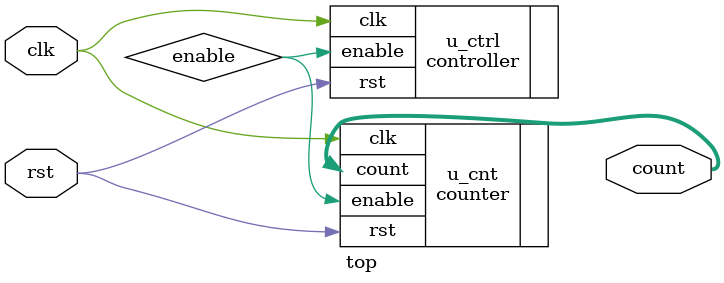
<source format=sv>
`timescale 1ns / 1ps

module top (
    input  logic clk,
    input  logic rst,
    output logic [7:0] count
);

    logic enable;

    controller u_ctrl (
        .clk    (clk),
        .rst    (rst),
        .enable (enable)
    );

    counter u_cnt (
        .clk    (clk),
        .rst    (rst),
        .enable (enable),
        .count  (count)
    );

endmodule

</source>
